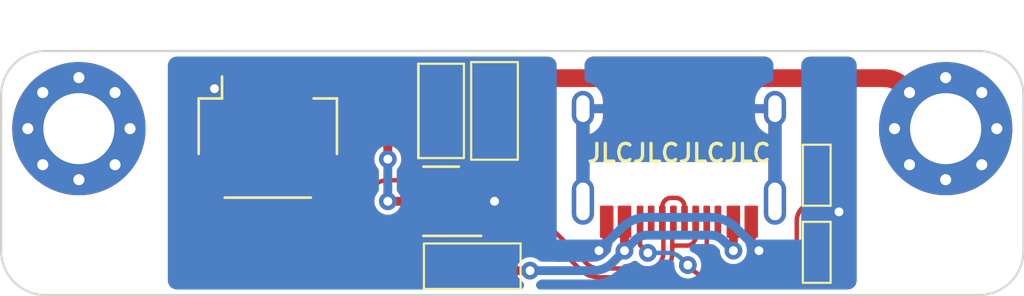
<source format=kicad_pcb>
(kicad_pcb (version 20211014) (generator pcbnew)
  (layers (0 "F.Cu" signal) (31 "B.Cu" signal) (34 "B.Paste" user) (35 "F.Paste" user) (36 "B.SilkS" user "B.Silkscreen") (37 "F.SilkS" user "F.Silkscreen") (38 "B.Mask" user) (39 "F.Mask" user) (44 "Edge.Cuts" user))
  (net 0 "")
  (net 1 "GND")
  (net 2 "Earth")
  (net 3 "VBUS")
  (net 4 "+5V")
  (net 5 "Net-(J1-PadA5)")
  (net 6 "DB+")
  (net 7 "DB-")
  (net 9 "Net-(J1-PadB5)")
  (net 11 "D-")
  (net 12 "D+")
  (footprint "Resistor_SMD:R_1206_3216Metric" (layer "F.Cu") (at -10.7 2.7 90)
    (fp_text reference "R3" hide)
    (fp_text value "1M")
    (fp_line (start -2.125 -1.025) (end 2.125 -1.025) (layer "F.SilkS") (width 0.12))
    (fp_line (start -2.125 -1.025) (end -2.125 1.025) (layer "F.SilkS") (width 0.1))
    (fp_line (start 2.125 1.025) (end 2.125 -1.025) (layer "F.SilkS") (width 0.1))
    (fp_line (start -2.125 1.025) (end 2.125 1.025) (layer "F.SilkS") (width 0.1))
    (pad "1" smd roundrect (at -1.4625 0 90) (size 1.125 1.75) (layers "F.Cu" "F.Paste" "F.Mask") (roundrect_rratio 0.2222222222) (net 1 "GND"))
    (pad "2" smd roundrect (at 1.4625 0 90) (size 1.125 1.75) (layers "F.Cu" "F.Paste" "F.Mask") (roundrect_rratio 0.2222222222) (net 2 "Earth"))
  )
  (footprint "Crokto:USB_C_Receptacle_HRO_TYPE-C-31-M-12" (layer "F.Cu") (at 0 0)
    (fp_text reference "J1" hide)
    (fp_text value "USB_C_Receptacle_USB2.0")
    (pad "" np_thru_hole circle (at -2.89 6.25 180) (size 0.65 0.65) (drill 0.65) (layers *.Cu *.Mask))
    (pad "" np_thru_hole circle (at 2.89 6.25 180) (size 0.65 0.65) (drill 0.65) (layers *.Cu *.Mask))
    (pad "A1" smd roundrect (at 3.25 7.695 180) (size 0.6 1.45) (layers "F.Cu" "F.Paste" "F.Mask") (roundrect_rratio 0.08333333333) (net 1 "GND"))
    (pad "A4" smd roundrect (at 2.45 7.695 180) (size 0.6 1.45) (layers "F.Cu" "F.Paste" "F.Mask") (roundrect_rratio 0.08333333333) (net 3 "VBUS"))
    (pad "A5" smd roundrect (at 1.25 7.695 180) (size 0.3 1.45) (layers "F.Cu" "F.Paste" "F.Mask") (roundrect_rratio 0.1666666667) (net 5 "Net-(J1-PadA5)"))
    (pad "A6" smd roundrect (at 0.25 7.695 180) (size 0.3 1.45) (layers "F.Cu" "F.Paste" "F.Mask") (roundrect_rratio 0.1666666667) (net 6 "DB+"))
    (pad "A7" smd roundrect (at -0.25 7.695 180) (size 0.3 1.45) (layers "F.Cu" "F.Paste" "F.Mask") (roundrect_rratio 0.1666666667) (net 7 "DB-"))
    (pad "A8" smd roundrect (at -1.25 7.695 180) (size 0.3 1.45) (layers "F.Cu" "F.Paste" "F.Mask") (roundrect_rratio 0.1666666667))
    (pad "A9" smd roundrect (at -2.45 7.695 180) (size 0.6 1.45) (layers "F.Cu" "F.Paste" "F.Mask") (roundrect_rratio 0.08333333333) (net 3 "VBUS"))
    (pad "A12" smd roundrect (at -3.25 7.695 180) (size 0.6 1.45) (layers "F.Cu" "F.Paste" "F.Mask") (roundrect_rratio 0.08333333333) (net 1 "GND"))
    (pad "B1" smd roundrect (at -3.25 7.695 180) (size 0.6 1.45) (layers "F.Cu" "F.Paste" "F.Mask") (roundrect_rratio 0.08333333333) (net 1 "GND"))
    (pad "B4" smd roundrect (at -2.45 7.695 180) (size 0.6 1.45) (layers "F.Cu" "F.Paste" "F.Mask") (roundrect_rratio 0.08333333333) (net 3 "VBUS"))
    (pad "B5" smd roundrect (at -1.75 7.695 180) (size 0.3 1.45) (layers "F.Cu" "F.Paste" "F.Mask") (roundrect_rratio 0.1666666667) (net 9 "Net-(J1-PadB5)"))
    (pad "B6" smd roundrect (at -0.75 7.695 180) (size 0.3 1.45) (layers "F.Cu" "F.Paste" "F.Mask") (roundrect_rratio 0.1666666667) (net 6 "DB+"))
    (pad "B7" smd roundrect (at 0.75 7.695 180) (size 0.3 1.45) (layers "F.Cu" "F.Paste" "F.Mask") (roundrect_rratio 0.1666666667) (net 7 "DB-"))
    (pad "B8" smd roundrect (at 1.75 7.695 180) (size 0.3 1.45) (layers "F.Cu" "F.Paste" "F.Mask") (roundrect_rratio 0.1666666667))
    (pad "B9" smd roundrect (at 2.45 7.695 180) (size 0.6 1.45) (layers "F.Cu" "F.Paste" "F.Mask") (roundrect_rratio 0.08333333333) (net 3 "VBUS"))
    (pad "B12" smd roundrect (at 3.25 7.695 180) (size 0.6 1.45) (layers "F.Cu" "F.Paste" "F.Mask") (roundrect_rratio 0.08333333333) (net 1 "GND"))
    (pad "S1" thru_hole oval (at 4.32 6.78 180) (size 1 2.1) (drill oval 0.6 1.7) (layers *.Cu *.Mask) (net 2 "Earth"))
    (pad "S1" thru_hole oval (at 4.32 2.6 180) (size 1 1.6) (drill oval 0.6 1.2) (layers *.Cu *.Mask) (net 2 "Earth"))
    (pad "S1" thru_hole oval (at -4.32 6.78 180) (size 1 2.1) (drill oval 0.6 1.7) (layers *.Cu *.Mask) (net 2 "Earth"))
    (pad "S1" thru_hole oval (at -4.32 2.6 180) (size 1 1.6) (drill oval 0.6 1.2) (layers *.Cu *.Mask) (net 2 "Earth"))
  )
  (footprint "Crokto:R_0603_1608Metric" (layer "F.Cu") (at 6.2 5.6 90)
    (fp_text reference "R1" hide)
    (fp_text value "5.1k")
    (fp_line (start -1.375 -0.625) (end 1.375 -0.625) (layer "F.SilkS") (width 0.1))
    (fp_line (start 1.375 0.625) (end 1.375 -0.625) (layer "F.SilkS") (width 0.1))
    (fp_line (start -1.375 0.625) (end 1.375 0.625) (layer "F.SilkS") (width 0.1))
    (fp_line (start -1.375 0.625) (end -1.375 -0.625) (layer "F.SilkS") (width 0.1))
    (pad "1" smd roundrect (at -0.825 0 90) (size 0.8 0.95) (layers "F.Cu" "F.Paste" "F.Mask") (net 5 "Net-(J1-PadA5)"))
    (pad "2" smd roundrect (at 0.825 0 90) (size 0.8 0.95) (layers "F.Cu" "F.Paste" "F.Mask") (net 1 "GND"))
  )
  (footprint "Fuse:Fuse_1206_3216Metric" (layer "F.Cu") (at -9.3 9.7 180)
    (fp_text reference "F1" hide)
    (fp_text value "500mA")
    (fp_line (start -2.175 -1.025) (end 2.175 -1.025) (layer "F.SilkS") (width 0.1))
    (fp_line (start 2.175 -1.025) (end 2.175 1.025) (layer "F.SilkS") (width 0.1))
    (fp_line (start -2.175 -1.025) (end -2.175 1.025) (layer "F.SilkS") (width 0.1))
    (fp_line (start -2.175 1.025) (end 2.175 1.025) (layer "F.SilkS") (width 0.1))
    (pad "1" smd roundrect (at -1.4 0 180) (size 1.25 1.75) (layers "F.Cu" "F.Paste" "F.Mask") (roundrect_rratio 0.2) (net 3 "VBUS"))
    (pad "2" smd roundrect (at 1.4 0 180) (size 1.25 1.75) (layers "F.Cu" "F.Paste" "F.Mask") (roundrect_rratio 0.2) (net 4 "+5V"))
  )
  (footprint "Crokto:JST_SH_SM04B-SRSS-TB-Handsoldering" (layer "F.Cu") (at -18.5 3.925)
    (fp_text reference "J2" hide)
    (fp_text value "Conn_01x04")
    (fp_line (start 3.11 0.715) (end 3.11 -1.785) (layer "F.SilkS") (width 0.12))
    (fp_line (start 3.11 -1.785) (end 2.06 -1.785) (layer "F.SilkS") (width 0.12))
    (fp_line (start -3.11 0.715) (end -3.11 -1.785) (layer "F.SilkS") (width 0.12))
    (fp_line (start -3.11 -1.785) (end -2.06 -1.785) (layer "F.SilkS") (width 0.12))
    (fp_line (start -2.06 -1.785) (end -2.06 -2.775) (layer "F.SilkS") (width 0.12))
    (fp_line (start -1.94 2.685) (end 1.94 2.685) (layer "F.SilkS") (width 0.12))
    (pad "" smd roundrect (at 3 1.775) (size 1.6 1.6) (layers "F.Cu" "F.Paste" "F.Mask") (roundrect_rratio 0.2))
    (pad "" smd roundrect (at -3 1.775) (size 1.6 1.6) (layers "F.Cu" "F.Paste" "F.Mask") (roundrect_rratio 0.2))
    (pad "1" smd roundrect (at -1.5 -2.225) (size 0.6 2) (layers "F.Cu" "F.Paste" "F.Mask") (net 1 "GND"))
    (pad "2" smd roundrect (at -0.5 -2.225) (size 0.6 2) (layers "F.Cu" "F.Paste" "F.Mask") (net 11 "D-"))
    (pad "3" smd roundrect (at 0.5 -2.225) (size 0.6 2) (layers "F.Cu" "F.Paste" "F.Mask") (net 12 "D+"))
    (pad "4" smd roundrect (at 1.5 -2.225) (size 0.6 2) (layers "F.Cu" "F.Paste" "F.Mask") (net 4 "+5V"))
  )
  (footprint "Capacitor_SMD:C_1206_3216Metric" (layer "F.Cu") (at -8.3 2.7 90)
    (fp_text reference "C1" hide)
    (fp_text value "100n")
    (fp_line (start -2.2 -1.05) (end -2.2 1.05) (layer "F.SilkS") (width 0.1))
    (fp_line (start -2.2 -1.05) (end 2.2 -1.05) (layer "F.SilkS") (width 0.1))
    (fp_line (start 2.2 -1.05) (end 2.2 1.05) (layer "F.SilkS") (width 0.1))
    (fp_line (start -2.2 1.05) (end 2.2 1.05) (layer "F.SilkS") (width 0.1))
    (pad "1" smd roundrect (at -1.475 0 90) (size 1.15 1.8) (layers "F.Cu" "F.Paste" "F.Mask") (roundrect_rratio 0.2173913043) (net 1 "GND"))
    (pad "2" smd roundrect (at 1.475 0 90) (size 1.15 1.8) (layers "F.Cu" "F.Paste" "F.Mask") (roundrect_rratio 0.2173913043) (net 2 "Earth"))
  )
  (footprint "Crokto:JLCJLCJLCJLC" (layer "F.Cu") (at 0 4.6 180)
    (fp_text reference "H3" hide)
    (fp_text value "jlc" hide)
    (fp_text user "JLCJLCJLCJLC" (at 0 0) (layer "F.SilkS") (effects (font (size 0.8 0.8))))
  )
  (footprint "Crokto:M3_Via_Hole" (layer "F.Cu") (at 12 3.5)
    (fp_text reference "H2" hide)
    (fp_text value "M3_Pad")
    (pad "1" thru_hole circle locked (at 0 2.3) (size 0.8 0.8) (drill 0.5) (layers *.Cu *.Mask) (net 2 "Earth"))
    (pad "1" thru_hole circle locked (at -2.3 0) (size 0.8 0.8) (drill 0.5) (layers *.Cu *.Mask) (net 2 "Earth"))
    (pad "1" thru_hole circle locked (at 0 -2.3) (size 0.8 0.8) (drill 0.5) (layers *.Cu *.Mask) (net 2 "Earth"))
    (pad "1" thru_hole circle locked (at 1.626346 1.626346) (size 0.8 0.8) (drill 0.5) (layers *.Cu *.Mask) (net 2 "Earth"))
    (pad "1" thru_hole circle locked (at -1.626346 1.626346) (size 0.8 0.8) (drill 0.5) (layers *.Cu *.Mask) (net 2 "Earth"))
    (pad "1" thru_hole circle locked (at -1.626346 -1.626346) (size 0.8 0.8) (drill 0.5) (layers *.Cu *.Mask) (net 2 "Earth"))
    (pad "1" thru_hole circle locked (at 1.626346 -1.626346) (size 0.8 0.8) (drill 0.5) (layers *.Cu *.Mask) (net 2 "Earth"))
    (pad "1" thru_hole circle locked (at 0 0) (size 6 6) (drill 3.2) (layers *.Cu *.Mask) (net 2 "Earth"))
    (pad "1" thru_hole circle locked (at 2.3 0) (size 0.8 0.8) (drill 0.5) (layers *.Cu *.Mask) (net 2 "Earth"))
  )
  (footprint "Package_TO_SOT_SMD:SOT-23-6" (layer "F.Cu") (at -10.7 6.774874 180)
    (fp_text reference "U1" hide)
    (fp_text value "USBLC6-2SC6")
    (fp_line (start 0 1.56) (end -0.8 1.56) (layer "F.SilkS") (width 0.12))
    (fp_line (start 0 -1.56) (end -1.8 -1.56) (layer "F.SilkS") (width 0.12))
    (fp_line (start 0 -1.56) (end 0.8 -1.56) (layer "F.SilkS") (width 0.12))
    (fp_line (start 0 1.56) (end 0.8 1.56) (layer "F.SilkS") (width 0.12))
    (pad "1" smd roundrect (at -1.1375 -0.95 180) (size 1.325 0.6) (layers "F.Cu" "F.Paste" "F.Mask") (net 7 "DB-"))
    (pad "2" smd roundrect (at -1.1375 0 180) (size 1.325 0.6) (layers "F.Cu" "F.Paste" "F.Mask") (net 1 "GND"))
    (pad "3" smd roundrect (at -1.1375 0.95 180) (size 1.325 0.6) (layers "F.Cu" "F.Paste" "F.Mask") (net 6 "DB+"))
    (pad "4" smd roundrect (at 1.1375 0.95 180) (size 1.325 0.6) (layers "F.Cu" "F.Paste" "F.Mask") (net 12 "D+"))
    (pad "5" smd roundrect (at 1.1375 0 180) (size 1.325 0.6) (layers "F.Cu" "F.Paste" "F.Mask") (net 4 "+5V"))
    (pad "6" smd roundrect (at 1.1375 -0.95 180) (size 1.325 0.6) (layers "F.Cu" "F.Paste" "F.Mask") (net 11 "D-"))
  )
  (footprint "Crokto:R_0603_1608Metric" (layer "F.Cu") (at 6.2 9.075 -90)
    (fp_text reference "R2" hide)
    (fp_text value "5.1k")
    (fp_line (start -1.375 -0.625) (end 1.375 -0.625) (layer "F.SilkS") (width 0.1))
    (fp_line (start -1.375 0.625) (end -1.375 -0.625) (layer "F.SilkS") (width 0.1))
    (fp_line (start -1.375 0.625) (end 1.375 0.625) (layer "F.SilkS") (width 0.1))
    (fp_line (start 1.375 0.625) (end 1.375 -0.625) (layer "F.SilkS") (width 0.1))
    (pad "1" smd roundrect (at -0.825 0 270) (size 0.8 0.95) (layers "F.Cu" "F.Paste" "F.Mask") (net 1 "GND"))
    (pad "2" smd roundrect (at 0.825 0 270) (size 0.8 0.95) (layers "F.Cu" "F.Paste" "F.Mask") (net 9 "Net-(J1-PadB5)"))
  )
  (footprint "Crokto:M3_Via_Hole_NC" (layer "B.Cu") (at -27 3.5 180)
    (fp_text reference "H1" hide)
    (fp_text value "M3")
    (pad "" thru_hole circle (at -2.3 0 180) (size 0.8 0.8) (drill 0.5) (layers *.Cu "B.Mask"))
    (pad "" thru_hole circle (at 1.626346 1.626346 180) (size 0.8 0.8) (drill 0.5) (layers *.Cu "B.Mask"))
    (pad "" thru_hole circle (at 1.626346 -1.626346 180) (size 0.8 0.8) (drill 0.5) (layers *.Cu "B.Mask"))
    (pad "" thru_hole circle (at 0 0 180) (size 6 6) (drill 3.2) (layers *.Cu "B.Mask"))
    (pad "" thru_hole circle (at 0 -2.3 180) (size 0.8 0.8) (drill 0.5) (layers *.Cu "B.Mask"))
    (pad "" thru_hole circle (at 0 2.3 180) (size 0.8 0.8) (drill 0.5) (layers *.Cu "B.Mask"))
    (pad "" thru_hole circle (at -1.626346 -1.626346 180) (size 0.8 0.8) (drill 0.5) (layers *.Cu "B.Mask"))
    (pad "" thru_hole circle (at -1.626346 1.626346 180) (size 0.8 0.8) (drill 0.5) (layers *.Cu "B.Mask"))
    (pad "" thru_hole circle (at 2.3 0 180) (size 0.8 0.8) (drill 0.5) (layers *.Cu "B.Mask"))
  )
  (gr_arc (start -28.5 11) (mid -29.914214 10.414214) (end -30.5 9) (layer "Edge.Cuts") (width 0.1))
  (gr_arc (start 13.5 0) (mid 14.914214 0.585786) (end 15.5 2) (layer "Edge.Cuts") (width 0.1))
  (gr_line (start -30.5 9) (end -30.5 2) (layer "Edge.Cuts") (width 0.1))
  (gr_line (start 15.5 2) (end 15.5 9) (layer "Edge.Cuts") (width 0.1))
  (gr_line (start -28.5 0) (end 13.5 0) (layer "Edge.Cuts") (width 0.1))
  (gr_arc (start 15.5 9) (mid 14.914214 10.414214) (end 13.5 11) (layer "Edge.Cuts") (width 0.1))
  (gr_line (start 13.5 11) (end -28.5 11) (layer "Edge.Cuts") (width 0.1))
  (gr_arc (start -30.5 2) (mid -29.914214 0.585786) (end -28.5 0) (layer "Edge.Cuts") (width 0.1))
  (segment (start -3.25 7.695) (end -3.25 8.65) (width 0.4) (layer "F.Cu") (net 1))
  (segment (start -20 1.7) (end -20.9 1.7) (width 0.4) (layer "F.Cu") (net 1))
  (segment (start -9.5625 6.6) (end -10.075 6.6) (width 0.4) (layer "F.Cu") (net 1))
  (segment (start -3.25 8.65) (end -3.6 9) (width 0.4) (layer "F.Cu") (net 1))
  (segment (start -10.7 4.1625) (end -8.3125 4.1625) (width 0.4) (layer "F.Cu") (net 1))
  (segment (start -9.5625 6.774874) (end -8.3 6.774874) (width 0.4) (layer "F.Cu") (net 1))
  (segment (start 7.2 7.25) (end 6.2 8.25) (width 0.4) (layer "F.Cu") (net 1))
  (segment (start 6.965685 5.540685) (end 6.2 4.775) (width 0.4) (layer "F.Cu") (net 1))
  (segment (start 7.2 7.25) (end 7.2 6.106371) (width 0.4) (layer "F.Cu") (net 1))
  (segment (start 3.25 8.65) (end 3.6 9) (width 0.4) (layer "F.Cu") (net 1))
  (segment (start -10.7 5.975) (end -10.7 4.1625) (width 0.4) (layer "F.Cu") (net 1))
  (segment (start 3.25 7.695) (end 3.25 8.65) (width 0.4) (layer "F.Cu") (net 1))
  (segment (start -8.3125 4.1625) (end -8.3 4.175) (width 0.4) (layer "F.Cu") (net 1))
  (via (at -20.9 1.7) (size 0.8) (drill 0.4) (layers "F.Cu" "B.Cu") (net 1))
  (via (at -3.6 9) (size 0.8) (drill 0.4) (layers "F.Cu" "B.Cu") (net 1))
  (via (at -8.3 6.774874) (size 0.8) (drill 0.4) (layers "F.Cu" "B.Cu") (net 1))
  (via (at 7.2 7.25) (size 0.8) (drill 0.4) (layers "F.Cu" "B.Cu") (net 1))
  (via (at 3.6 9) (size 0.8) (drill 0.4) (layers "F.Cu" "B.Cu") (net 1))
  (arc (start -10.075 6.6) (mid -10.516942 6.416942) (end -10.7 5.975) (width 0.4) (layer "F.Cu") (net 1))
  (arc (start 6.965685 5.540685) (mid 7.139104 5.800224) (end 7.2 6.106371) (width 0.4) (layer "F.Cu") (net 1))
  (segment (start -6.009189 9.065685) (end -8.3 6.774874) (width 0.4) (layer "B.Cu") (net 1))
  (segment (start -3.6 9) (end -3.724264 9.124264) (width 0.4) (layer "B.Cu") (net 1))
  (segment (start -2.568629 7.968629) (end -3.6 9) (width 0.4) (layer "B.Cu") (net 1))
  (segment (start 7.2 7.25) (end 5.45 9) (width 0.4) (layer "B.Cu") (net 1))
  (segment (start 5.45 9) (end 3.6 9) (width 0.4) (layer "B.Cu") (net 1))
  (segment (start 3.6 9) (end 2.568629 7.968629) (width 0.4) (layer "B.Cu") (net 1))
  (segment (start 1.437258 7.5) (end -1.437258 7.5) (width 0.4) (layer "B.Cu") (net 1))
  (segment (start -4.148528 9.3) (end -5.443503 9.3) (width 0.4) (layer "B.Cu") (net 1))
  (arc (start -2.568629 7.968629) (mid -2.049552 7.621793) (end -1.437258 7.5) (width 0.4) (layer "B.Cu") (net 1))
  (arc (start -5.443503 9.3) (mid -5.74965 9.239103) (end -6.009189 9.065685) (width 0.4) (layer "B.Cu") (net 1))
  (arc (start -4.148528 9.3) (mid -3.918918 9.254328) (end -3.724264 9.124264) (width 0.4) (layer "B.Cu") (net 1))
  (arc (start 2.568629 7.968629) (mid 2.049552 7.621793) (end 1.437258 7.5) (width 0.4) (layer "B.Cu") (net 1))
  (segment (start 0.225 1.225) (end 9.227944 1.225) (width 0.8) (layer "F.Cu") (net 2))
  (segment (start -4.32 2.6) (end -4.32 6.78) (width 0.6) (layer "F.Cu") (net 2))
  (segment (start -8.3125 1.2375) (end -8.3 1.225) (width 0.4) (layer "F.Cu") (net 2))
  (segment (start 10.076472 1.576472) (end 12 3.5) (width 0.8) (layer "F.Cu") (net 2))
  (segment (start -8.3 1.225) (end 0.225 1.225) (width 0.8) (layer "F.Cu") (net 2))
  (segment (start 0.225 1.225) (end 0.225 2.775) (width 0.6) (layer "F.Cu") (net 2))
  (segment (start -10.7 1.2375) (end -8.3125 1.2375) (width 0.8) (layer "F.Cu") (net 2))
  (segment (start 4.32 6.78) (end 4.32 2.6) (width 0.6) (layer "F.Cu") (net 2))
  (arc (start 9.227944 1.225) (mid 9.687164 1.316345) (end 10.076472 1.576472) (width 0.8) (layer "F.Cu") (net 2))
  (segment (start -4.32 6.78) (end -4.32 2.6) (width 0.6) (layer "B.Cu") (net 2))
  (segment (start 4.32 6.78) (end 4.32 2.6) (width 0.6) (layer "B.Cu") (net 2))
  (segment (start 2.45 7.695) (end 2.45 9) (width 0.4) (layer "F.Cu") (net 3))
  (segment (start -2.45 7.695) (end -2.45 9) (width 0.4) (layer "F.Cu") (net 3))
  (segment (start -7.9 9.9) (end -6.7 9.9) (width 0.4) (layer "F.Cu") (net 3))
  (via (at 2.45 9) (size 0.8) (drill 0.4) (layers "F.Cu" "B.Cu") (net 3))
  (via (at -6.7 9.9) (size 0.8) (drill 0.4) (layers "F.Cu" "B.Cu") (net 3))
  (via (at -2.45 9) (size 0.8) (drill 0.4) (layers "F.Cu" "B.Cu") (net 3))
  (segment (start 1.418629 8.3) (end -1.418629 8.3) (width 0.4) (layer "B.Cu") (net 3))
  (segment (start 1.984315 8.534315) (end 2.45 9) (width 0.4) (layer "B.Cu") (net 3))
  (segment (start -2.45 9) (end -1.984314 8.534314) (width 0.4) (layer "B.Cu") (net 3))
  (segment (start -2.45 9) (end -2.998528 9.548528) (width 0.4) (layer "B.Cu") (net 3))
  (segment (start -6.7 9.9) (end -3.847056 9.9) (width 0.4) (layer "B.Cu") (net 3))
  (arc (start 1.418629 8.3) (mid 1.724776 8.360897) (end 1.984315 8.534315) (width 0.4) (layer "B.Cu") (net 3))
  (arc (start -1.418629 8.3) (mid -1.724775 8.360896) (end -1.984314 8.534314) (width 0.4) (layer "B.Cu") (net 3))
  (arc (start -2.998528 9.548528) (mid -3.387836 9.808655) (end -3.847056 9.9) (width 0.4) (layer "B.Cu") (net 3))
  (segment (start -11.8375 6.774874) (end -13.1 6.774874) (width 0.4) (layer "F.Cu") (net 4))
  (segment (start -13.1 4.874874) (end -13.1 3.05) (width 0.4) (layer "F.Cu") (net 4))
  (segment (start -10.7 7.575) (end -10.7 9.7) (width 0.4) (layer "F.Cu") (net 4))
  (segment (start -11.8375 6.95) (end -11.325 6.95) (width 0.4) (layer "F.Cu") (net 4))
  (segment (start -14.45 1.7) (end -17 1.7) (width 0.4) (layer "F.Cu") (net 4))
  (via (at -13.1 6.774874) (size 0.8) (drill 0.4) (layers "F.Cu" "B.Cu") (net 4))
  (via (at -13.1 4.874874) (size 0.8) (drill 0.4) (layers "F.Cu" "B.Cu") (net 4))
  (arc (start -11.325 6.95) (mid -10.883058 7.133058) (end -10.7 7.575) (width 0.4) (layer "F.Cu") (net 4))
  (arc (start -13.1 3.05) (mid -13.495406 2.095406) (end -14.45 1.7) (width 0.4) (layer "F.Cu") (net 4))
  (segment (start -13.1 6.774874) (end -13.1 4.874874) (width 0.4) (layer "B.Cu") (net 4))
  (segment (start 2.05 9.8) (end 4.5 9.8) (width 0.2) (layer "F.Cu") (net 5))
  (segment (start 5.3 9) (end 5.3 7.656371) (width 0.2) (layer "F.Cu") (net 5))
  (segment (start 1.25 7.695) (end 1.25 9) (width 0.2) (layer "F.Cu") (net 5))
  (segment (start 5.534315 7.090685) (end 6.2 6.425) (width 0.2) (layer "F.Cu") (net 5))
  (arc (start 1.25 9) (mid 1.484315 9.565685) (end 2.05 9.8) (width 0.2) (layer "F.Cu") (net 5))
  (arc (start 5.3 9) (mid 5.065685 9.565685) (end 4.5 9.8) (width 0.2) (layer "F.Cu") (net 5))
  (arc (start 5.534315 7.090685) (mid 5.360896 7.350224) (end 5.3 7.656371) (width 0.2) (layer "F.Cu") (net 5))
  (segment (start -8.3 5.824874) (end -9.5625 5.824874) (width 0.2) (layer "F.Cu") (net 6))
  (segment (start -0.35 6.62) (end -0.15 6.62) (width 0.2) (layer "F.Cu") (net 6))
  (segment (start -1.4 9.8) (end -3.6 9.8) (width 0.2) (layer "F.Cu") (net 6))
  (segment (start -7.628248 6.103123) (end -4.165685 9.565686) (width 0.2) (layer "F.Cu") (net 6))
  (segment (start 0.25 7.02) (end 0.25 7.695) (width 0.2) (layer "F.Cu") (net 6))
  (segment (start -0.75 7.695) (end -0.75 7.02) (width 0.2) (layer "F.Cu") (net 6))
  (segment (start -0.7 7.695) (end -0.7 9.1) (width 0.2) (layer "F.Cu") (net 6))
  (arc (start -0.7 9.1) (mid -0.905025 9.594975) (end -1.4 9.8) (width 0.2) (layer "F.Cu") (net 6))
  (arc (start -0.75 7.02) (mid -0.632843 6.737157) (end -0.35 6.62) (width 0.2) (layer "F.Cu") (net 6))
  (arc (start 0.25 7.02) (mid 0.132843 6.737157) (end -0.15 6.62) (width 0.2) (layer "F.Cu") (net 6))
  (arc (start -8.3 5.824874) (mid -7.93645 5.897189) (end -7.628248 6.103123) (width 0.2) (layer "F.Cu") (net 6))
  (arc (start -3.6 9.8) (mid -3.906146 9.739104) (end -4.165685 9.565686) (width 0.2) (layer "F.Cu") (net 6))
  (segment (start -0.3 8.77) (end -0.3 9.1) (width 0.2) (layer "F.Cu") (net 7))
  (segment (start -0.3 8.77) (end 0.35 8.77) (width 0.2) (layer "F.Cu") (net 7))
  (segment (start -0.3 7.695) (end -0.3 8.77) (width 0.2) (layer "F.Cu") (net 7))
  (segment (start -1.4 10.2) (end -3.6 10.2) (width 0.2) (layer "F.Cu") (net 7))
  (segment (start -6.965685 7.724874) (end -9.5625 7.724874) (width 0.2) (layer "F.Cu") (net 7))
  (segment (start -4.448528 9.848528) (end -6.293934 8.003122) (width 0.2) (layer "F.Cu") (net 7))
  (segment (start 0.75 8.37) (end 0.75 7.695) (width 0.2) (layer "F.Cu") (net 7))
  (arc (start -0.3 9.1) (mid -0.622183 9.877817) (end -1.4 10.2) (width 0.2) (layer "F.Cu") (net 7))
  (arc (start -6.965685 7.724874) (mid -6.602136 7.797188) (end -6.293934 8.003122) (width 0.2) (layer "F.Cu") (net 7))
  (arc (start -3.6 10.2) (mid -4.05922 10.108655) (end -4.448528 9.848528) (width 0.2) (layer "F.Cu") (net 7))
  (arc (start 0.75 8.37) (mid 0.632843 8.652843) (end 0.35 8.77) (width 0.2) (layer "F.Cu") (net 7))
  (segment (start -1.75 8.75) (end -1.4 9.1) (width 0.2) (layer "F.Cu") (net 9))
  (segment (start 0.598528 9.848528) (end 0.4 9.65) (width 0.2) (layer "F.Cu") (net 9))
  (segment (start 6.2 10.2) (end 1.447056 10.2) (width 0.2) (layer "F.Cu") (net 9))
  (segment (start -1.75 7.695) (end -1.75 8.75) (width 0.2) (layer "F.Cu") (net 9))
  (via (at 0.4 9.65) (size 0.8) (drill 0.4) (layers "F.Cu" "B.Cu") (net 9))
  (via (at -1.4 9.1) (size 0.8) (drill 0.4) (layers "F.Cu" "B.Cu") (net 9))
  (arc (start 1.447056 10.2) (mid 0.987836 10.108655) (end 0.598528 9.848528) (width 0.2) (layer "F.Cu") (net 9))
  (segment (start 0.084315 9.334315) (end 0.4 9.65) (width 0.2) (layer "B.Cu") (net 9))
  (segment (start -1.4 9.1) (end -0.481371 9.1) (width 0.2) (layer "B.Cu") (net 9))
  (arc (start 0.084315 9.334315) (mid -0.175224 9.160896) (end -0.481371 9.1) (width 0.2) (layer "B.Cu") (net 9))
  (segment (start -18.7 6.374874) (end -18.7 2.331371) (width 0.2) (layer "F.Cu") (net 11))
  (segment (start -18.934315 1.765685) (end -19 1.7) (width 0.2) (layer "F.Cu") (net 11))
  (segment (start -17.35 7.724874) (end -11.8375 7.724874) (width 0.2) (layer "F.Cu") (net 11))
  (arc (start -18.934315 1.765685) (mid -18.760896 2.025224) (end -18.7 2.331371) (width 0.2) (layer "F.Cu") (net 11))
  (arc (start -17.35 7.724874) (mid -18.304594 7.329468) (end -18.7 6.374874) (width 0.2) (layer "F.Cu") (net 11))
  (segment (start -18.065685 1.765685) (end -18 1.7) (width 0.2) (layer "F.Cu") (net 12))
  (segment (start -15.387006 7.324874) (end -17.35 7.324874) (width 0.2) (layer "F.Cu") (net 12))
  (segment (start -18.3 6.374874) (end -18.3 2.331371) (width 0.2) (layer "F.Cu") (net 12))
  (segment (start -13.771752 6.103123) (end -14.715255 7.046626) (width 0.2) (layer "F.Cu") (net 12))
  (segment (start -11.8375 5.824874) (end -13.1 5.824874) (width 0.2) (layer "F.Cu") (net 12))
  (arc (start -17.35 7.324874) (mid -18.021751 7.046625) (end -18.3 6.374874) (width 0.2) (layer "F.Cu") (net 12))
  (arc (start -18.3 2.331371) (mid -18.239103 2.025224) (end -18.065685 1.765685) (width 0.2) (layer "F.Cu") (net 12))
  (arc (start -14.715255 7.046626) (mid -15.023457 7.25256) (end -15.387006 7.324874) (width 0.2) (layer "F.Cu") (net 12))
  (arc (start -13.771752 6.103123) (mid -13.46355 5.897189) (end -13.1 5.824874) (width 0.2) (layer "F.Cu") (net 12))
  (zone (net 2) (net_name "Earth") (layer "F.Cu") (connect_pads (clearance 0.2)) (min_thickness 0.4) (fill yes (thermal_gap 0.4) (thermal_bridge_width 0.4) (smoothing fillet) (radius 0.4))
    (polygon (pts (xy 4.25 5) (xy -4.25 5) (xy -4.25 0.25) (xy 4.25 0.25)))
  )
  (zone (net 2) (net_name "Earth") (layer "B.Cu") (connect_pads (clearance 0.2)) (min_thickness 0.4) (fill yes (thermal_gap 0.4) (thermal_bridge_width 0.4) (smoothing fillet) (radius 0.4))
    (polygon (pts (xy 4.25 5) (xy -4.25 5) (xy -4.25 0.25) (xy 4.25 0.25)))
  )
  (zone (net 1) (net_name "GND") (layer "B.Cu") (connect_pads (clearance 0.2)) (min_thickness 0.4) (fill yes (thermal_gap 0.4) (thermal_bridge_width 0.4) (smoothing fillet) (radius 0.4))
    (polygon (pts (xy -5.5 8.5) (xy 5.5 8.5) (xy 5.5 0.25) (xy 8 0.25) (xy 8 10.75) (xy -23 10.75) (xy -23 0.25) (xy -5.5 0.25)))
  )
)
</source>
